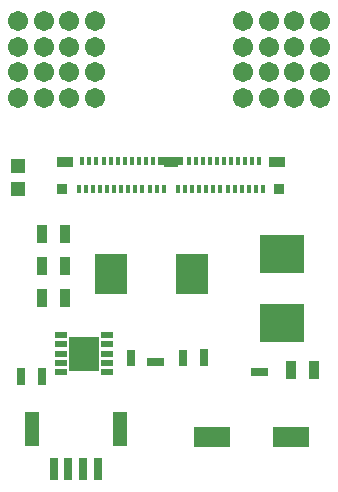
<source format=gts>
G04*
G04 #@! TF.GenerationSoftware,Altium Limited,Altium Designer,18.0.7 (293)*
G04*
G04 Layer_Color=8388736*
%FSLAX25Y25*%
%MOIN*%
G70*
G01*
G75*
%ADD30R,0.06102X0.02854*%
%ADD31R,0.03150X0.03150*%
%ADD32R,0.03900X0.02000*%
%ADD33R,0.10200X0.11800*%
%ADD34R,0.04737X0.04737*%
%ADD35R,0.03556X0.03556*%
%ADD36R,0.01666X0.02847*%
%ADD37R,0.05524X0.03556*%
%ADD38R,0.04737X0.03556*%
%ADD39R,0.02769X0.03162*%
%ADD40R,0.03162X0.02769*%
%ADD41R,0.10642X0.13792*%
%ADD42R,0.12414X0.07099*%
%ADD43R,0.03556X0.05918*%
%ADD44R,0.03162X0.07493*%
%ADD45R,0.04737X0.11824*%
%ADD46R,0.14973X0.12611*%
%ADD47C,0.06706*%
D30*
X63484Y115837D02*
D03*
D31*
X58563Y48622D02*
D03*
X20472Y43799D02*
D03*
X74803Y50197D02*
D03*
X93012Y45276D02*
D03*
X67716Y50492D02*
D03*
X13779Y43406D02*
D03*
X50394Y50492D02*
D03*
D32*
X26870Y57874D02*
D03*
Y54724D02*
D03*
Y51575D02*
D03*
Y48425D02*
D03*
Y45276D02*
D03*
X42421D02*
D03*
Y48425D02*
D03*
Y51575D02*
D03*
Y54724D02*
D03*
Y57874D02*
D03*
X26870D02*
D03*
Y54724D02*
D03*
Y51575D02*
D03*
Y48425D02*
D03*
Y45276D02*
D03*
X42421D02*
D03*
Y48425D02*
D03*
Y51575D02*
D03*
Y54724D02*
D03*
Y57874D02*
D03*
D33*
X34646Y51575D02*
D03*
D03*
D34*
X12795Y106299D02*
D03*
Y114173D02*
D03*
D35*
X27362Y106535D02*
D03*
X99803D02*
D03*
D36*
X68307Y106496D02*
D03*
X70669D02*
D03*
X75394D02*
D03*
X73032D02*
D03*
X82480D02*
D03*
X84842D02*
D03*
X80118D02*
D03*
X77756D02*
D03*
X91929D02*
D03*
X94291D02*
D03*
X89567D02*
D03*
X87205D02*
D03*
X65945D02*
D03*
X32874D02*
D03*
X54134D02*
D03*
X56496D02*
D03*
X61221D02*
D03*
X58858D02*
D03*
X44685D02*
D03*
X47047D02*
D03*
X51772D02*
D03*
X49409D02*
D03*
X39961D02*
D03*
X42323D02*
D03*
X37598D02*
D03*
X35236D02*
D03*
X34055Y115827D02*
D03*
X36417D02*
D03*
X41142D02*
D03*
X38780D02*
D03*
X48228D02*
D03*
X50591D02*
D03*
X45866D02*
D03*
X43504D02*
D03*
X57677D02*
D03*
X60039D02*
D03*
X55315D02*
D03*
X52953D02*
D03*
X86024D02*
D03*
X88386D02*
D03*
X93110D02*
D03*
X90748D02*
D03*
X76575D02*
D03*
X78937D02*
D03*
X83661D02*
D03*
X81299D02*
D03*
X71850D02*
D03*
X74213D02*
D03*
X69488D02*
D03*
X67126D02*
D03*
D37*
X28346Y115591D02*
D03*
X98819D02*
D03*
D38*
X63583D02*
D03*
D39*
X57087Y48622D02*
D03*
X60039D02*
D03*
X94488Y45276D02*
D03*
X91535D02*
D03*
D40*
X20472D02*
D03*
Y42323D02*
D03*
X74803Y48720D02*
D03*
Y51673D02*
D03*
X67716Y48622D02*
D03*
Y51575D02*
D03*
X13780Y45276D02*
D03*
Y42323D02*
D03*
X50394Y48622D02*
D03*
Y51575D02*
D03*
D41*
X43504Y77953D02*
D03*
X70669D02*
D03*
D42*
X77461Y23622D02*
D03*
X103642D02*
D03*
D43*
X111221Y46063D02*
D03*
X103740D02*
D03*
X28150Y91339D02*
D03*
X20669D02*
D03*
X28150Y80709D02*
D03*
X20669D02*
D03*
X28150Y70079D02*
D03*
X20669D02*
D03*
D44*
X34350Y13091D02*
D03*
X29429D02*
D03*
X39272D02*
D03*
X24508D02*
D03*
D45*
X17224Y26280D02*
D03*
X46555D02*
D03*
D46*
X100787Y84646D02*
D03*
Y61811D02*
D03*
D47*
X113307Y153858D02*
D03*
Y145354D02*
D03*
Y136850D02*
D03*
X104803Y162362D02*
D03*
Y153858D02*
D03*
Y145354D02*
D03*
Y136850D02*
D03*
X113307Y162362D02*
D03*
X96299D02*
D03*
X87795Y136850D02*
D03*
Y145354D02*
D03*
Y153858D02*
D03*
Y162362D02*
D03*
X96299Y136850D02*
D03*
Y145354D02*
D03*
Y153858D02*
D03*
X21181D02*
D03*
Y145354D02*
D03*
Y136850D02*
D03*
X12677Y162362D02*
D03*
Y153858D02*
D03*
Y145354D02*
D03*
Y136850D02*
D03*
X21181Y162362D02*
D03*
X38189D02*
D03*
X29685Y136850D02*
D03*
Y145354D02*
D03*
Y153858D02*
D03*
Y162362D02*
D03*
X38189Y136850D02*
D03*
Y145354D02*
D03*
Y153858D02*
D03*
M02*

</source>
